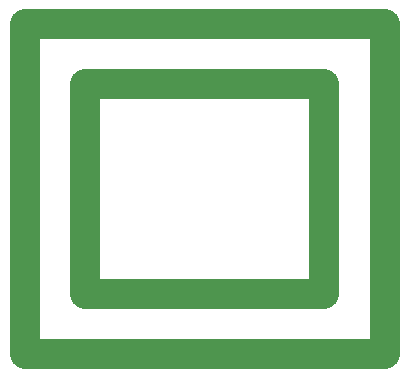
<source format=gbr>
%FSLAX23Y23*%
%MOIN*%
G04 EasyPC Gerber Version 17.0 Build 3379 *
%ADD17R,0.06000X0.06000*%
%ADD19C,0.10000*%
X0Y0D02*
D02*
D17*
X203Y627D03*
Y1028D03*
X403Y627D03*
Y1028D03*
X703Y128D03*
Y328D03*
X803Y1028D03*
Y1228D03*
X1202Y627D03*
X1403D03*
D02*
D19*
X203D02*
Y128D01*
X703*
X203Y1028D02*
Y627D01*
X403D02*
Y328D01*
X803*
X403Y1028D02*
Y627D01*
X703Y128D02*
X1403D01*
Y627*
X703Y328D02*
X803D01*
X1202*
Y627*
X803Y1028D02*
X403D01*
X803Y1228D02*
X203D01*
Y1028*
X1202Y627D02*
Y1028D01*
X803*
X1403Y627D02*
Y1228D01*
X803*
X0Y0D02*
M02*

</source>
